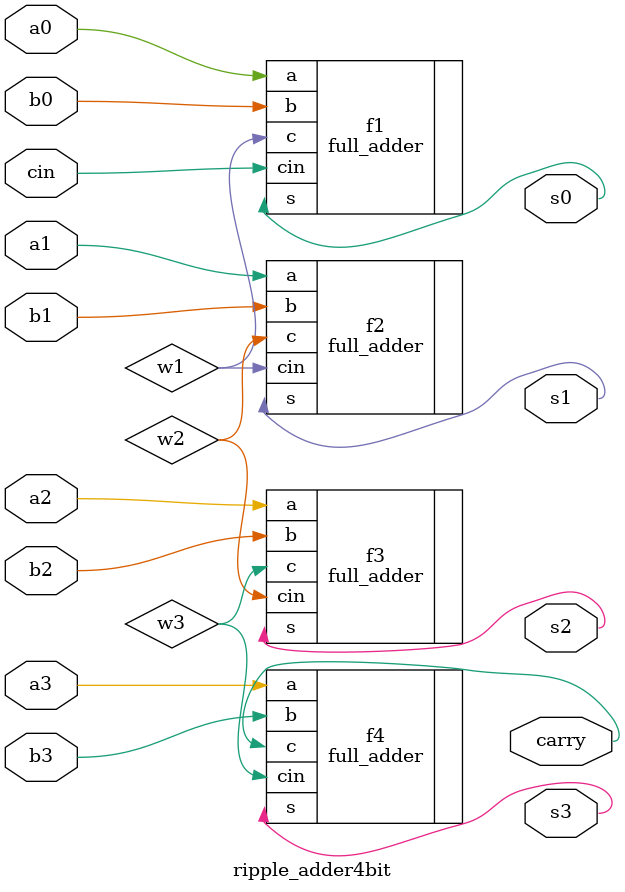
<source format=v>
module ripple_adder4bit(a0,a1,a2,a3,b0,b1,b2,b3,cin,s0,s1,s2,s3,carry);
input a0,a1,a2,a3,b0,b1,b2,b3,cin;
output s0,s1,s2,s3,carry;
wire w1,w2,w3;
full_adder f1(.a(a0), .b(b0), .cin(cin), .s(s0), .c(w1));
full_adder f2(.a(a1), .b(b1), .cin(w1), .s(s1), .c(w2));
full_adder f3(.a(a2), .b(b2), .cin(w2), .s(s2), .c(w3));
full_adder f4(.a(a3), .b(b3), .cin(w3), .s(s3), .c(carry));
endmodule

</source>
